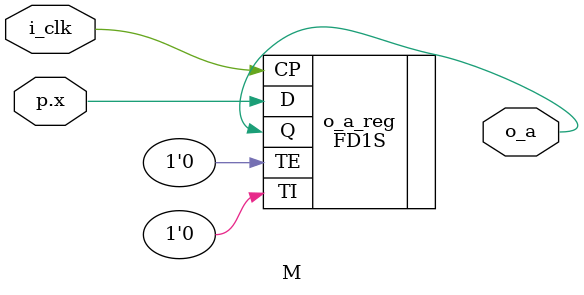
<source format=v>


module M ( \p.x , i_clk, o_a );
  input \p.x , i_clk;
  output o_a;


  FD1S o_a_reg ( .D(\p.x ), .TI(1'b0), .TE(1'b0), .CP(i_clk), .Q(o_a) );
endmodule


</source>
